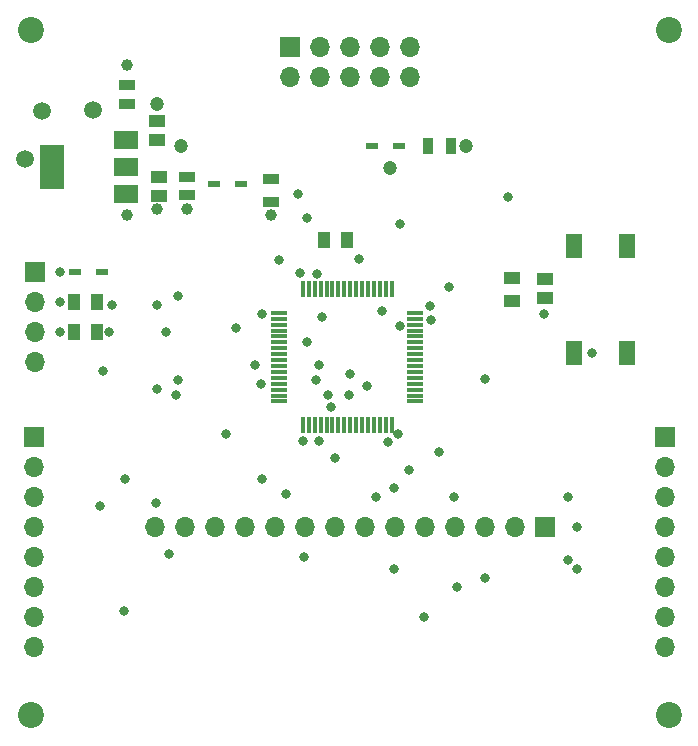
<source format=gbr>
%TF.GenerationSoftware,KiCad,Pcbnew,(6.0.7)*%
%TF.CreationDate,2022-10-18T11:50:53-04:00*%
%TF.ProjectId,LCDPCB,4c434450-4342-42e6-9b69-6361645f7063,rev?*%
%TF.SameCoordinates,Original*%
%TF.FileFunction,Soldermask,Top*%
%TF.FilePolarity,Negative*%
%FSLAX46Y46*%
G04 Gerber Fmt 4.6, Leading zero omitted, Abs format (unit mm)*
G04 Created by KiCad (PCBNEW (6.0.7)) date 2022-10-18 11:50:53*
%MOMM*%
%LPD*%
G01*
G04 APERTURE LIST*
%ADD10R,1.000000X1.400000*%
%ADD11R,1.700000X1.700000*%
%ADD12O,1.700000X1.700000*%
%ADD13R,1.450000X0.900000*%
%ADD14R,1.470000X1.070000*%
%ADD15R,2.000000X1.500000*%
%ADD16R,2.000000X3.800000*%
%ADD17R,1.400000X2.100000*%
%ADD18R,1.085000X0.550000*%
%ADD19R,0.950000X1.450000*%
%ADD20R,1.475000X0.300000*%
%ADD21R,0.300000X1.475000*%
%ADD22R,1.400000X1.000000*%
%ADD23R,1.390000X0.960000*%
%ADD24C,2.200000*%
%ADD25C,0.800000*%
%ADD26C,1.000000*%
%ADD27C,1.200000*%
%ADD28C,1.500000*%
G04 APERTURE END LIST*
D10*
%TO.C,R6*%
X119568000Y-82550000D03*
X117668000Y-82550000D03*
%TD*%
D11*
%TO.C,J2*%
X114325000Y-77480000D03*
D12*
X114325000Y-80020000D03*
X114325000Y-82560000D03*
X114325000Y-85100000D03*
%TD*%
D13*
%TO.C,R3*%
X134340600Y-69561200D03*
X134340600Y-71561200D03*
%TD*%
D14*
%TO.C,C4*%
X124841000Y-69411000D03*
X124841000Y-71051000D03*
%TD*%
D15*
%TO.C,U2*%
X122072800Y-70880000D03*
D16*
X115772800Y-68580000D03*
D15*
X122072800Y-68580000D03*
X122072800Y-66280000D03*
%TD*%
D17*
%TO.C,SW1*%
X160005200Y-84356800D03*
X160005200Y-75256800D03*
X164505200Y-84356800D03*
X164505200Y-75256800D03*
%TD*%
D18*
%TO.C,D1*%
X120012000Y-77470000D03*
X117732000Y-77470000D03*
%TD*%
D11*
%TO.C,J4*%
X114300000Y-91440000D03*
D12*
X114300000Y-93980000D03*
X114300000Y-96520000D03*
X114300000Y-99060000D03*
X114300000Y-101600000D03*
X114300000Y-104140000D03*
X114300000Y-106680000D03*
X114300000Y-109220000D03*
%TD*%
D19*
%TO.C,R4*%
X147615400Y-66802000D03*
X149615400Y-66802000D03*
%TD*%
D18*
%TO.C,D2*%
X131797600Y-70027800D03*
X129517600Y-70027800D03*
%TD*%
D10*
%TO.C,R2*%
X140737000Y-74763000D03*
X138837000Y-74763000D03*
%TD*%
D11*
%TO.C,J1*%
X157500000Y-99085000D03*
D12*
X154960000Y-99085000D03*
X152420000Y-99085000D03*
X149880000Y-99085000D03*
X147340000Y-99085000D03*
X144800000Y-99085000D03*
X142260000Y-99085000D03*
X139720000Y-99085000D03*
X137180000Y-99085000D03*
X134640000Y-99085000D03*
X132100000Y-99085000D03*
X129560000Y-99085000D03*
X127020000Y-99085000D03*
X124480000Y-99085000D03*
%TD*%
D18*
%TO.C,D3*%
X145208800Y-66827400D03*
X142928800Y-66827400D03*
%TD*%
D20*
%TO.C,U1*%
X135054200Y-80933600D03*
X135054200Y-81433600D03*
X135054200Y-81933600D03*
X135054200Y-82433600D03*
X135054200Y-82933600D03*
X135054200Y-83433600D03*
X135054200Y-83933600D03*
X135054200Y-84433600D03*
X135054200Y-84933600D03*
X135054200Y-85433600D03*
X135054200Y-85933600D03*
X135054200Y-86433600D03*
X135054200Y-86933600D03*
X135054200Y-87433600D03*
X135054200Y-87933600D03*
X135054200Y-88433600D03*
D21*
X137042200Y-90421600D03*
X137542200Y-90421600D03*
X138042200Y-90421600D03*
X138542200Y-90421600D03*
X139042200Y-90421600D03*
X139542200Y-90421600D03*
X140042200Y-90421600D03*
X140542200Y-90421600D03*
X141042200Y-90421600D03*
X141542200Y-90421600D03*
X142042200Y-90421600D03*
X142542200Y-90421600D03*
X143042200Y-90421600D03*
X143542200Y-90421600D03*
X144042200Y-90421600D03*
X144542200Y-90421600D03*
D20*
X146530200Y-88433600D03*
X146530200Y-87933600D03*
X146530200Y-87433600D03*
X146530200Y-86933600D03*
X146530200Y-86433600D03*
X146530200Y-85933600D03*
X146530200Y-85433600D03*
X146530200Y-84933600D03*
X146530200Y-84433600D03*
X146530200Y-83933600D03*
X146530200Y-83433600D03*
X146530200Y-82933600D03*
X146530200Y-82433600D03*
X146530200Y-81933600D03*
X146530200Y-81433600D03*
X146530200Y-80933600D03*
D21*
X144542200Y-78945600D03*
X144042200Y-78945600D03*
X143542200Y-78945600D03*
X143042200Y-78945600D03*
X142542200Y-78945600D03*
X142042200Y-78945600D03*
X141542200Y-78945600D03*
X141042200Y-78945600D03*
X140542200Y-78945600D03*
X140042200Y-78945600D03*
X139542200Y-78945600D03*
X139042200Y-78945600D03*
X138542200Y-78945600D03*
X138042200Y-78945600D03*
X137542200Y-78945600D03*
X137042200Y-78945600D03*
%TD*%
D11*
%TO.C,J3*%
X135950000Y-58400000D03*
D12*
X135950000Y-60940000D03*
X138490000Y-58400000D03*
X138490000Y-60940000D03*
X141030000Y-58400000D03*
X141030000Y-60940000D03*
X143570000Y-58400000D03*
X143570000Y-60940000D03*
X146110000Y-58400000D03*
X146110000Y-60940000D03*
%TD*%
D22*
%TO.C,R1*%
X154775000Y-79900000D03*
X154775000Y-78000000D03*
%TD*%
D23*
%TO.C,C5*%
X127254000Y-69415600D03*
X127254000Y-70995600D03*
%TD*%
D24*
%TO.C,H3*%
X114000000Y-57000000D03*
%TD*%
D10*
%TO.C,R5*%
X119568000Y-80010000D03*
X117668000Y-80010000D03*
%TD*%
D23*
%TO.C,C2*%
X122123200Y-63223200D03*
X122123200Y-61643200D03*
%TD*%
D24*
%TO.C,H1*%
X168000000Y-57000000D03*
%TD*%
%TO.C,H4*%
X114000000Y-115000000D03*
%TD*%
D14*
%TO.C,C1*%
X157500000Y-78030000D03*
X157500000Y-79670000D03*
%TD*%
%TO.C,C3*%
X124714000Y-66301200D03*
X124714000Y-64661200D03*
%TD*%
D11*
%TO.C,J5*%
X167690800Y-91440000D03*
D12*
X167690800Y-93980000D03*
X167690800Y-96520000D03*
X167690800Y-99060000D03*
X167690800Y-101600000D03*
X167690800Y-104140000D03*
X167690800Y-106680000D03*
X167690800Y-109220000D03*
%TD*%
D24*
%TO.C,H2*%
X168000000Y-115000000D03*
%TD*%
D25*
X154432000Y-71120000D03*
X130556000Y-91186000D03*
X136640000Y-70878000D03*
D26*
X127254000Y-72136000D03*
X122174000Y-59944000D03*
X134366000Y-72644000D03*
D25*
X147906875Y-81496845D03*
X144202243Y-91864197D03*
X161544000Y-84328000D03*
D27*
X124714000Y-63246000D03*
D25*
X141825000Y-76375000D03*
D27*
X150876000Y-66802000D03*
D25*
X138236323Y-77610225D03*
X137033000Y-91758602D03*
D26*
X122174000Y-72644000D03*
D25*
X157480000Y-81026000D03*
X132969000Y-85356500D03*
D26*
X124714000Y-72136000D03*
D25*
X138430000Y-91758602D03*
X145057558Y-91207003D03*
X131350000Y-82225000D03*
X133604000Y-81026000D03*
X134975000Y-76475000D03*
X139775000Y-93250000D03*
X147828000Y-80391000D03*
X136750000Y-77600000D03*
X148577500Y-92675000D03*
X149375000Y-78775000D03*
D27*
X126746000Y-66802000D03*
X144399000Y-68707000D03*
D25*
X152425000Y-86500000D03*
X138430000Y-85344000D03*
X152450000Y-103375000D03*
X149860000Y-96520000D03*
X150114000Y-104140000D03*
X143256000Y-96520000D03*
X147320000Y-106680000D03*
X160274000Y-102616000D03*
X160274000Y-99060000D03*
X144780000Y-95758000D03*
X144780000Y-102616000D03*
X140990500Y-86106108D03*
X142494000Y-87122000D03*
X146050000Y-94234000D03*
X159512000Y-101854000D03*
X159512000Y-96520000D03*
X137160000Y-101600000D03*
X140970000Y-87884000D03*
X138671500Y-81280000D03*
X120142000Y-85852000D03*
X145251961Y-82024748D03*
X145288000Y-73406000D03*
X138176000Y-86614000D03*
X119888000Y-97282000D03*
X137414000Y-72898000D03*
X135636000Y-96266000D03*
X137398101Y-83413726D03*
X133604000Y-94996000D03*
X121941977Y-95017977D03*
X121920000Y-106172000D03*
X143764000Y-80772000D03*
X124714000Y-80264000D03*
X124587000Y-97015500D03*
X124714000Y-87376000D03*
X139446000Y-88900000D03*
X120904000Y-80264000D03*
X125730000Y-101346000D03*
X120650000Y-82550000D03*
X139192000Y-87884000D03*
X125476000Y-82550000D03*
X126259977Y-87862023D03*
X133500469Y-86976975D03*
X116459000Y-77470000D03*
X126492000Y-79502000D03*
X126492000Y-86614000D03*
X116459000Y-80035400D03*
X116459000Y-82550000D03*
D28*
X113550000Y-67875000D03*
X114925000Y-63800000D03*
X119250000Y-63775000D03*
M02*

</source>
